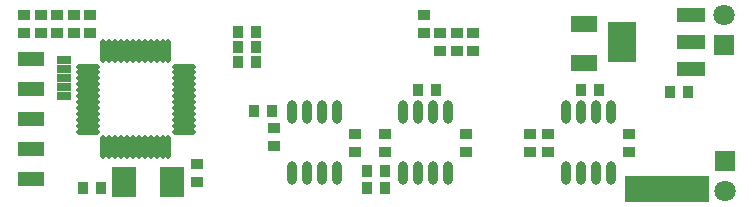
<source format=gbs>
%FSLAX25Y25*%
%MOIN*%
G70*
G01*
G75*
G04 Layer_Color=16711935*
%ADD10R,0.27559X0.07874*%
%ADD11R,0.07874X0.03937*%
%ADD12R,0.12500X0.07000*%
%ADD13R,0.21654X0.24803*%
%ADD14R,0.03740X0.06299*%
%ADD15R,0.03937X0.07874*%
%ADD16R,0.02559X0.04134*%
%ADD17R,0.03201X0.02799*%
%ADD18R,0.03200X0.02800*%
%ADD19R,0.02800X0.03200*%
%ADD20C,0.00800*%
%ADD21C,0.01200*%
%ADD22C,0.01000*%
%ADD23C,0.03000*%
%ADD24C,0.06299*%
%ADD25R,0.06299X0.06299*%
%ADD26C,0.02362*%
%ADD27O,0.02362X0.07087*%
%ADD28O,0.07087X0.01181*%
%ADD29O,0.01181X0.07087*%
%ADD30R,0.03937X0.01969*%
%ADD31R,0.08000X0.05000*%
%ADD32R,0.08465X0.03740*%
%ADD33R,0.08465X0.12795*%
%ADD34R,0.07480X0.09449*%
%ADD35C,0.02000*%
%ADD36C,0.05000*%
%ADD37C,0.00984*%
%ADD38C,0.00600*%
%ADD39C,0.00787*%
%ADD40C,0.00500*%
%ADD41C,0.00799*%
%ADD42C,0.02362*%
%ADD43R,0.28359X0.08674*%
%ADD44R,0.08674X0.04737*%
%ADD45R,0.13300X0.07800*%
%ADD46R,0.22453X0.25603*%
%ADD47R,0.04540X0.07099*%
%ADD48R,0.04737X0.08674*%
%ADD49R,0.03359X0.04934*%
%ADD50R,0.04001X0.03599*%
%ADD51R,0.04000X0.03600*%
%ADD52R,0.03600X0.04000*%
%ADD53C,0.07099*%
%ADD54R,0.07099X0.07099*%
%ADD55O,0.03162X0.07887*%
%ADD56O,0.07887X0.01981*%
%ADD57O,0.01981X0.07887*%
%ADD58R,0.04737X0.02769*%
%ADD59R,0.08800X0.05800*%
%ADD60R,0.09265X0.04540*%
%ADD61R,0.09265X0.13595*%
%ADD62R,0.08280X0.10249*%
D43*
X218500Y6500D02*
D03*
D44*
X6500Y10000D02*
D03*
Y50000D02*
D03*
Y20000D02*
D03*
Y40000D02*
D03*
Y30000D02*
D03*
D51*
X9800Y64500D02*
D03*
Y58500D02*
D03*
X26300D02*
D03*
Y64500D02*
D03*
X20800D02*
D03*
Y58500D02*
D03*
X15300D02*
D03*
Y64500D02*
D03*
X4300D02*
D03*
Y58500D02*
D03*
X179000Y19000D02*
D03*
Y25000D02*
D03*
X124500D02*
D03*
Y19000D02*
D03*
X87500Y27000D02*
D03*
Y21000D02*
D03*
X206000Y19000D02*
D03*
Y25000D02*
D03*
X114500D02*
D03*
Y19000D02*
D03*
X148500Y52500D02*
D03*
Y58500D02*
D03*
X137500Y64500D02*
D03*
Y58500D02*
D03*
X143000Y52500D02*
D03*
Y58500D02*
D03*
X154000D02*
D03*
Y52500D02*
D03*
X173000Y25000D02*
D03*
Y19000D02*
D03*
X151500D02*
D03*
Y25000D02*
D03*
X62000Y9000D02*
D03*
Y15000D02*
D03*
D52*
X141500Y39500D02*
D03*
X135500D02*
D03*
X87000Y32500D02*
D03*
X81000D02*
D03*
X225500Y39000D02*
D03*
X219500D02*
D03*
X124500Y7000D02*
D03*
X118500D02*
D03*
X75500Y49000D02*
D03*
X81500D02*
D03*
Y54000D02*
D03*
X75500D02*
D03*
Y59000D02*
D03*
X81500D02*
D03*
X196000Y39500D02*
D03*
X190000D02*
D03*
X118500Y12500D02*
D03*
X124500D02*
D03*
X24000Y7000D02*
D03*
X30000D02*
D03*
D53*
X237500Y64500D02*
D03*
X238000Y6000D02*
D03*
D54*
X237500Y54500D02*
D03*
X238000Y16000D02*
D03*
D55*
X145500Y11764D02*
D03*
X140500D02*
D03*
X135500D02*
D03*
X130500D02*
D03*
X145500Y32236D02*
D03*
X140500D02*
D03*
X135500D02*
D03*
X130500D02*
D03*
X185000D02*
D03*
X190000D02*
D03*
X195000D02*
D03*
X200000D02*
D03*
X185000Y11764D02*
D03*
X190000D02*
D03*
X195000D02*
D03*
X200000D02*
D03*
X93500Y32236D02*
D03*
X98500D02*
D03*
X103500D02*
D03*
X108500D02*
D03*
X93500Y11764D02*
D03*
X98500D02*
D03*
X103500D02*
D03*
X108500D02*
D03*
D56*
X57445Y25673D02*
D03*
Y27642D02*
D03*
Y29610D02*
D03*
Y31579D02*
D03*
Y33547D02*
D03*
Y35516D02*
D03*
Y37484D02*
D03*
Y39453D02*
D03*
Y41421D02*
D03*
Y43390D02*
D03*
Y45358D02*
D03*
Y47327D02*
D03*
X25555D02*
D03*
Y45358D02*
D03*
Y43390D02*
D03*
Y41421D02*
D03*
Y39453D02*
D03*
Y37484D02*
D03*
Y35516D02*
D03*
Y33547D02*
D03*
Y31579D02*
D03*
Y29610D02*
D03*
Y27642D02*
D03*
Y25673D02*
D03*
D57*
X52327Y52445D02*
D03*
X50358D02*
D03*
X48390D02*
D03*
X46421D02*
D03*
X44453D02*
D03*
X42484D02*
D03*
X40516D02*
D03*
X38547D02*
D03*
X36579D02*
D03*
X34610D02*
D03*
X32642D02*
D03*
X30673D02*
D03*
Y20555D02*
D03*
X32642D02*
D03*
X34610D02*
D03*
X36579D02*
D03*
X38547D02*
D03*
X40516D02*
D03*
X42484D02*
D03*
X44453D02*
D03*
X46421D02*
D03*
X48390D02*
D03*
X50358D02*
D03*
X52327D02*
D03*
D58*
X17500Y37500D02*
D03*
Y43500D02*
D03*
Y49500D02*
D03*
X17501Y46500D02*
D03*
Y40500D02*
D03*
D59*
X191000Y48500D02*
D03*
Y61500D02*
D03*
D60*
X226417Y64555D02*
D03*
Y55500D02*
D03*
Y46445D02*
D03*
D61*
X203583Y55500D02*
D03*
D62*
X37429Y9000D02*
D03*
X53571D02*
D03*
M02*

</source>
